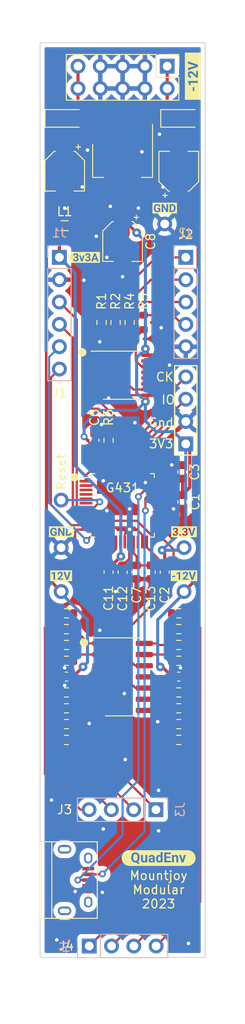
<source format=kicad_pcb>
(kicad_pcb (version 20211014) (generator pcbnew)
  (layers (0 "F.Cu" signal) (31 "B.Cu" signal) (34 "B.Paste" user) (35 "F.Paste" user) (36 "B.SilkS" user "B.Silkscreen") (37 "F.SilkS" user "F.Silkscreen") (38 "B.Mask" user) (39 "F.Mask" user) (44 "Edge.Cuts" user))
  (net 0 "")
  (net 1 "+3.3V")
  (net 2 "GND")
  (net 3 "+12V")
  (net 4 "-12V")
  (net 5 "/Gate1_In")
  (net 6 "/Gate2_In")
  (net 7 "/Gate3_In")
  (net 8 "/Gate4_In")
  (net 9 "/Led1_Out")
  (net 10 "/Led2_Out")
  (net 11 "/Led3_Out")
  (net 12 "/Led4_Out")
  (net 13 "/+12V_IN")
  (net 14 "/-12V_IN")
  (net 15 "Net-(R13-Pad2)")
  (net 16 "Net-(R10-Pad1)")
  (net 17 "Net-(R11-Pad1)")
  (net 18 "/Env1_Out")
  (net 19 "/Env2_Out")
  (net 20 "/Env3_Out")
  (net 21 "/Env4_Out")
  (net 22 "Net-(R12-Pad1)")
  (net 23 "Net-(R13-Pad1)")
  (net 24 "Net-(R14-Pad1)")
  (net 25 "Net-(R15-Pad1)")
  (net 26 "Net-(R16-Pad1)")
  (net 32 "/Env4_DAC")
  (net 33 "/Env1_DAC")
  (net 34 "/Env2_DAC")
  (net 35 "/Attack_Pot")
  (net 36 "/Decay_Pot")
  (net 39 "/Sustain_Pot")
  (net 40 "/Env3_DAC")
  (net 42 "/Release_Pot")
  (net 53 "/SWCLK")
  (net 54 "/SWIO")
  (net 55 "/USB_DM")
  (net 56 "/USB_DP")
  (net 58 "Net-(R1-Pad2)")
  (net 59 "Net-(R2-Pad2)")
  (net 60 "Net-(R3-Pad1)")
  (net 61 "Net-(R4-Pad1)")
  (net 62 "/Gate1")
  (net 63 "/Gate2")
  (net 64 "/Gate3")
  (net 65 "/Gate4")
  (net 66 "/BOOT0")
  (net 67 "+3.3VA")
  (net 73 "/RESET")
  (footprint "Resistor_SMD:R_0603_1608Metric" (layer "F.Cu") (at 65.8 127.47)
    (fp_text reference "R22" hide)
    (fp_text value "1k")
  )
  (footprint "Custom_Footprints:1mm_Test_Point" (layer "F.Cu") (at 52.4 102)
    (fp_text reference "TP6" hide)
    (fp_text value "TestPoint")
  )
  (footprint "Capacitor_SMD:CP_Elec_4x5.8" (layer "F.Cu") (at 52.8 64.6 -90)
    (fp_text reference "C4" hide)
    (fp_text value "22uF")
  )
  (footprint "Capacitor_SMD:CP_Elec_4x5.8" (layer "F.Cu") (at 65.8 64.6 90)
    (fp_text reference "C5" hide)
    (fp_text value "22uF")
  )
  (footprint "Resistor_SMD:R_0603_1608Metric" (layer "F.Cu") (at 61.8 81.8 90)
    (fp_text reference "R3")
    (fp_text value "10k")
  )
  (footprint "Capacitor_SMD:C_0603_1608Metric" (layer "F.Cu") (at 57.8 110.2 90)
    (fp_text reference "C11")
    (fp_text value "1uF")
  )
  (footprint "Resistor_SMD:R_0603_1608Metric" (layer "F.Cu") (at 65.8 118.47)
    (fp_text reference "R16" hide)
    (fp_text value "4k7")
  )
  (footprint "Capacitor_SMD:C_0603_1608Metric" (layer "F.Cu") (at 61 110.2 -90)
    (fp_text reference "C7")
    (fp_text value "10nF")
  )
  (footprint "Package_SO:SOIC-14_3.9x8.7mm_P1.27mm" (layer "F.Cu") (at 59.4 122.1)
    (fp_text reference "U4" hide)
    (fp_text value "TL074")
  )
  (footprint "Resistor_SMD:R_0603_1608Metric" (layer "F.Cu") (at 60.2 81.8 90)
    (fp_text reference "R4")
    (fp_text value "10k")
  )
  (footprint "Resistor_SMD:R_0603_1608Metric" (layer "F.Cu") (at 53 120.27 180)
    (fp_text reference "R9" hide)
    (fp_text value "3k3")
  )
  (footprint "kibuzzard-6409FE57" (layer "F.Cu") (at 52.4 105.6)
    (fp_text reference "kibuzzard-6409FE57" hide)
    (fp_text value "G***" hide)
  )
  (footprint "Custom_Footprints:1mm_Test_Point" (layer "F.Cu") (at 52.4 107.4)
    (fp_text reference "TP5" hide)
    (fp_text value "TestPoint")
  )
  (footprint "Inductor_SMD:L_0805_2012Metric_Pad1.05x1.20mm_HandSolder" (layer "F.Cu") (at 52.8 70.8 180)
    (fp_text reference "L1")
    (fp_text value "L_Small")
  )
  (footprint "Capacitor_SMD:CP_Elec_4x5.8" (layer "F.Cu") (at 59.4 72.6 -90)
    (fp_text reference "C8")
    (fp_text value "22uF")
  )
  (footprint "Resistor_SMD:R_0603_1608Metric" (layer "F.Cu") (at 53 116.67 180)
    (fp_text reference "R17" hide)
    (fp_text value "1k")
  )
  (footprint "Resistor_SMD:R_0603_1608Metric" (layer "F.Cu") (at 57.8 95.2 -90)
    (fp_text reference "R5")
    (fp_text value "100k")
  )
  (footprint "Capacitor_SMD:C_0603_1608Metric" (layer "F.Cu") (at 66.2 98.8 90)
    (fp_text reference "C3")
    (fp_text value "100nF")
  )
  (footprint "Resistor_SMD:R_0603_1608Metric" (layer "F.Cu") (at 65.8 114.87)
    (fp_text reference "R24" hide)
    (fp_text value "1k")
  )
  (footprint "Resistor_SMD:R_0603_1608Metric" (layer "F.Cu") (at 65.8 123.87)
    (fp_text reference "R11" hide)
    (fp_text value "3k3")
  )
  (footprint "Capacitor_SMD:C_0603_1608Metric" (layer "F.Cu") (at 59.4 110.2 90)
    (fp_text reference "C12")
    (fp_text value "100nF")
  )
  (footprint "Diode_SMD:D_SOD-123" (layer "F.Cu") (at 52.8 58.6)
    (fp_text reference "D1" hide)
    (fp_text value "1N5819")
  )
  (footprint "Resistor_SMD:R_0603_1608Metric" (layer "F.Cu") (at 65.8 120.27)
    (fp_text reference "R12" hide)
    (fp_text value "3k3")
  )
  (footprint "Diode_SMD:D_SOD-123" (layer "F.Cu") (at 66 58.6)
    (fp_text reference "D2" hide)
    (fp_text value "1N5819")
  )
  (footprint "kibuzzard-6409FE57" (layer "F.Cu") (at 64.2 68.8)
    (fp_text reference "kibuzzard-6409FE57" hide)
    (fp_text value "G***" hide)
  )
  (footprint "kibuzzard-6409FE16" (layer "F.Cu") (at 66.4 110.6)
    (fp_text reference "kibuzzard-6409FE16" hide)
    (fp_text value "G***" hide)
  )
  (footprint "Custom_Footprints:1mm_Test_Point" (layer "F.Cu") (at 52.4 112.4)
    (fp_text reference "TP3" hide)
    (fp_text value "TestPoint")
  )
  (footprint "Resistor_SMD:R_0603_1608Metric" (layer "F.Cu") (at 53 123.87 180)
    (fp_text reference "R10" hide)
    (fp_text value "3k3")
  )
  (footprint "Package_TO_SOT_SMD:SOT-223-3_TabPin2" (layer "F.Cu") (at 59.4 63.4 -90)
    (fp_text reference "U2" hide)
    (fp_text value "LD1117-3.3-4Tab")
  )
  (footprint "Resistor_SMD:R_0603_1608Metric" (layer "F.Cu") (at 53 114.87 180)
    (fp_text reference "R18" hide)
    (fp_text value "1k")
  )
  (footprint "Connector_PinHeader_2.54mm:PinHeader_2x05_P2.54mm_Vertical" (layer "F.Cu") (at 64.48 52.66 -90)
    (fp_text reference "J6" hide)
    (fp_text value "Eurorack_10_pin_power")
  )
  (footprint "Capacitor_SMD:C_0603_1608Metric" (layer "F.Cu") (at 66.2 102.2 -90)
    (fp_text reference "C1")
    (fp_text value "4.7uF")
  )
  (footprint "Resistor_SMD:R_0603_1608Metric" (layer "F.Cu") (at 57 81.8 -90)
    (fp_text reference "R1")
    (fp_text value "10k")
  )
  (footprint "Custom_Footprints:USB_Micro-B_Amphenol" (layer "F.Cu") (at 54.135 145.2 -90)
    (fp_text reference "J7" hide)
    (fp_text value "USB_B_Micro")
  )
  (footprint "Capacitor_SMD:C_0603_1608Metric" (layer "F.Cu") (at 53 122.07)
    (fp_text reference "C9" hide)
    (fp_text value "1uF")
  )
  (footprint "kibuzzard-6409FE46" (layer "F.Cu") (at 52.4 110.6)
    (fp_text reference "kibuzzard-6409FE46" hide)
    (fp_text value "G***" hide)
  )
  (footprint "kibuzzard-640A0C12" (layer "F.Cu") (at 63.5 142.7)
    (fp_text reference "kibuzzard-640A0C12" hide)
    (fp_text value "G***" hide)
  )
  (footprint "kibuzzard-6409F893" (layer "F.Cu") (at 67.4 53.8 90)
    (fp_text reference "kibuzzard-6409F893" hide)
    (fp_text value "G***" hide)
  )
  (footprint "Capacitor_SMD:C_0603_1608Metric" (layer "F.Cu") (at 56.2 95.2 90)
    (fp_text reference "C6")
    (fp_text value "100nF")
  )
  (footprint "Package_SO:TSSOP-16_4.4x5mm_P0.65mm" (layer "F.Cu") (at 59.4 87.8)
    (fp_text reference "U3" hide)
    (fp_text value "CD40109B")
  )
  (footprint "kibuzzard-6409FE2B" (layer "F.Cu") (at 66.4 105.6)
    (fp_text reference "kibuzzard-6409FE2B" hide)
    (fp_text value "G***" hide)
  )
  (footprint "Resistor_SMD:R_0603_1608Metric" (layer "F.Cu") (at 53 118.47)
    (fp_text reference "R13" hide)
    (fp_text value "4k7")
  )
  (footprint "Capacitor_SMD:C_0603_1608Metric" (layer "F.Cu") (at 64.2 110.2 -90)
    (fp_text reference "C2")
    (fp_text value "100nF")
  )
  (footprint "kibuzzard-6409FEF9" (layer "F.Cu") (at 55 74.4)
    (fp_text reference "kibuzzard-6409FEF9" hide)
    (fp_text value "G***" hide)
  )
  (footprint "Resistor_SMD:R_0603_1608Metric" (layer "F.Cu") (at 53 125.67 180)
    (fp_text reference "R14" hide)
    (fp_text value "4k7")
  )
  (footprint "Resistor_SMD:R_0603_1608Metric" (layer "F.Cu") (at 53 129.27 180)
    (fp_text reference "R19" hide)
    (fp_text value "1k")
  )
  (footprint "Custom_Footprints:SWD_header" (layer "F.Cu") (at 66.6 95.61 90)
    (fp_text reference "J5" hide)
    (fp_text value "SWD_Header")
  )
  (footprint "Package_QFP:LQFP-48_7x7mm_P0.5mm" (layer "F.Cu") (at 59.4 102.6)
    (fp_text reference "U1" hide)
    (fp_text value "STM32G431C6T6")
  )
  (footprint "Custom_Footprints:1mm_Test_Point" (layer "F.Cu") (at 66.4 107.4)
    (fp_text reference "TP2" hide)
    (fp_text value "TestPoint")
  )
  (footprint "Resistor_SMD:R_0603_1608Metric" (layer "F.Cu") (at 58.6 81.8 -90)
    (fp_text reference "R2")
    (fp_text value "10k")
  )
  (footprint "Resistor_SMD:R_0603_1608Metric" (layer "F.Cu") (at 65.8 116.67)
    (fp_text reference "R23" hide)
    (fp_text value "1k")
  )
  (footprint "Resistor_SMD:R_0603_1608Metric" (layer "F.Cu") (at 53 127.47 180)
    (fp_text reference "R20" hide)
    (fp_text value "1k")
  )
  (footprint "Resistor_SMD:R_0603_1608Metric" (layer "F.Cu") (at 65.8 129.27)
    (fp_text reference "R21" hide)
    (fp_text value "1k")
  )
  (footprint "Custom_Footprints:1mm_Test_Point" (layer "F.Cu") (at 64.2 70.6)
    (fp_text reference "TP1" hide)
    (fp_text value "TestPoint")
  )
  (footprint "Capacitor_SMD:C_0603_1608Metric" (layer "F.Cu") (at 65.8 122.07 180)
    (fp_text reference "C10" hide)
    (fp_text value "1uF")
  )
  (footprint "Custom_Footprints:1mm_Test_Point" (layer "F.Cu") (at 66.4 112.4)
    (fp_text reference "TP4" hide)
    (fp_text value "TestPoint")
  )
  (footprint "Capacitor_SMD:C_0603_1608Metric" (layer "F.Cu") (at 62.6 110.2 90)
    (fp_text reference "C13")
    (fp_text value "1uF")
  )
  (footprint "Resistor_SMD:R_0603_1608Metric" (layer "F.Cu") (at 65.8 125.67)
    (fp_text reference "R15" hide)
    (fp_text value "4k7")
  )
  (footprint "Connector_PinSocket_2.54mm:PinSocket_1x06_P2.54mm_Vertical" (layer "B.Cu") (at 52.2 74.4 180)
    (fp_text reference "J1")
    (fp_text value "Conn_01x04_Male")
  )
  (footprint "Connector_PinSocket_2.54mm:PinSocket_1x04_P2.54mm_Vertical" (layer "B.Cu") (at 55.6 152.7 -90)
    (fp_text reference "J4")
    (fp_text value "Conn_01x04_Male")
  )
  (footprint "Connector_PinSocket_2.54mm:PinSocket_1x05_P2.54mm_Vertical" (layer "B.Cu") (at 66.6 74.4 180)
    (fp_text reference "J2")
    (fp_text value "Conn_01x05_Male")
  )
  (footprint "Connector_PinSocket_2.54mm:PinSocket_1x04_P2.54mm_Vertical" (layer "B.Cu") (at 63.2 137.2 90)
    (fp_text reference "J3")
    (fp_text value "Conn_01x04_Male")
  )
  (gr_circle (center 54.8 85.2) (end 55.2 85.2) (layer "F.SilkS") (width 0.15) (fill solid))
  (gr_circle (center 55 118.2) (end 55.4 118.2) (layer "F.SilkS") (width 0.15) (fill solid))
  (gr_circle (center 53.9 99.4) (end 54.3 99.4) (layer "F.SilkS") (width 0.15) (fill solid))
  (gr_rect (start 50 50) (end 68.8 154) (layer "Edge.Cuts") (width 0.1) (fill none))
  (gr_text "G431" (at 59.4 100.6) (layer "F.SilkS") (effects (font (size 1 1))))
  (gr_text "J4" (at 53 152.7) (layer "F.SilkS") (effects (font (size 1 1))))
  (gr_text "Mountjoy\nModular\n2023" (at 63.5 146.3) (layer "F.SilkS") (effects (font (size 1 1))))
  (gr_text "J1" (at 52.2 89.8) (layer "F.SilkS") (effects (font (size 1 1))))
  (gr_text "J3" (at 52.8 137.2) (layer "F.SilkS") (effects (font (size 1 1))))
  (gr_text "J2" (at 66.6 71.8) (layer "F.SilkS") (effects (font (size 1 1))))
  (segment (start 59.225 89.425) (end 56.5375 89.425) (width 0.25) (layer "F.Cu") (net 1))
  (segment (start 59.4 70.8) (end 60.2 70.8) (width 0.35) (layer "F.Cu") (net 1))
  (segment (start 64.2 109.4) (end 64.2 109.425) (width 0.25) (layer "F.Cu") (net 1))
  (segment (start 56 74.2) (end 56 84.9875) (width 0.35) (layer "F.Cu") (net 1))
  (segment (start 63.325 85.525) (end 62.2625 85.525) (width 0.25) (layer "F.Cu") (net 1))
  (segment (start 67.05 100.575) (end 66.2 101.425) (width 0.35) (layer "F.Cu") (net 1))
  (segment (start 62.2625 90.5375) (end 62 90.8) (width 0.25) (layer "F.Cu") (net 1))
  (segment (start 55.4 85.5) (end 55.2 85.7) (width 0.25) (layer "F.Cu") (net 1))
  (segment (start 53.95 70.8) (end 59.4 70.8) (width 0.35) (layer "F.Cu") (net 1))
  (segment (start 59.4 66.55) (end 59.4 70.8) (width 0.35) (layer "F.Cu") (net 1))
  (segment (start 56.5125 85.5) (end 55.4 85.5) (width 0.25) (layer "F.Cu") (net 1))
  (segment (start 62.2625 90.075) (end 62.2625 90.5375) (width 0.25) (layer "F.Cu") (net 1))
  (segment (start 64.2 109.425) (end 64.2 108) (width 0.35) (layer "F.Cu") (net 1))
  (segment (start 55.2 99.8125) (end 55.2 99.2) (width 0.25) (layer "F.Cu") (net 1))
  (segment (start 55.2375 99.85) (end 55.2 99.8125) (width 0.25) (layer "F.Cu") (net 1))
  (segment (start 55.2 86) (end 55.375 86.175) (width 0.25) (layer "F.Cu") (net 1))
  (segment (start 55.2 99.2) (end 55.9625 98.4375) (width 0.25) (layer "F.Cu") (net 1))
  (segment (start 62.2625 86.175) (end 63.325 86.175) (width 0.25) (layer "F.Cu") (net 1))
  (segment (start 59.875 90.075) (end 59.225 89.425) (width 0.25) (layer "F.Cu") (net 1))
  (segment (start 62.2625 85.525) (end 62.2625 85.0625) (width 0.25) (layer "F.Cu") (net 1))
  (segment (start 56 84.9875) (end 56.5375 85.525) (width 0.35) (layer "F.Cu") (net 1))
  (segment (start 59.4 70.8) (end 56 74.2) (width 0.35) (layer "F.Cu") (net 1))
  (segment (start 63.5 85.7) (end 63.325 85.525) (width 0.25) (layer "F.Cu") (net 1))
  (segment (start 55.0125 94.7875) (end 56.2 95.975) (width 0.35) (layer "F.Cu") (net 1))
  (segment (start 64.2 108) (end 63.9 107.7) (width 0.35) (layer "F.Cu") (net 1))
  (segment (start 62.2625 85.0625) (end 62 84.8) (width 0.25) (layer "F.Cu") (net 1))
  (segment (start 56.65 98.4375) (end 56.65 96.425) (width 0.25) (layer "F.Cu") (net 1))
  (segment (start 55.375 86.175) (end 56.5375 86.175) (width 0.25) (layer "F.Cu") (net 1))
  (segment (start 66.175 99.85) (end 66.225 99.8) (width 0.25) (layer "F.Cu") (net 1))
  (segment (start 59.4 60.25) (end 59.4 66.55) (width 0.35) (layer "F.Cu") (net 1))
  (segment (start 56.5375 85.525) (end 56.5125 85.5) (width 0.25) (layer "F.Cu") (net 1))
  (segment (start 63.5625 99.85) (end 66.175 99.85) (width 0.25) (layer "F.Cu") (net 1))
  (segment (start 63.5 86) (end 63.5 85.7) (width 0.25) (layer "F.Cu") (net 1))
  (segment (start 62.15 107.35) (end 64.2 109.4) (width 0.25) (layer "F.Cu") (net 1))
  (segment (start 67.05 96.06) (end 67.05 100.575) (width 0.35) (layer "F.Cu") (net 1))
  (segment (start 66.225 101.4) (end 66.225 99.8) (width 0.35) (layer "F.Cu") (net 1))
  (segment (start 55.2 85.7) (end 55.2 86) (width 0.25) (layer "F.Cu") (net 1))
  (segment (start 66.6 95.61) (end 67.05 96.06) (width 0.35) (layer "F.Cu") (net 1))
  (segment (start 56.65 96.425) (end 56.2 95.975) (width 0.25) (layer "F.Cu") (net 1))
  (segment (start 62.2625 90.075) (end 59.875 90.075) (width 0.25) (layer "F.Cu") (net 1))
  (segment (start 55.9625 98.4375) (end 56.65 98.4375) (width 0.25) (layer "F.Cu") (net 1))
  (segment (start 60.2 70.8) (end 61 71.6) (width 0.35) (layer "F.Cu") (net 1))
  (segment (start 62.15 106.7625) (end 62.15 107.35) (width 0.25) (layer "F.Cu") (net 1))
  (segment (start 63.325 86.175) (end 63.5 86) (width 0.25) (layer "F.Cu") (net 1))
  (via (at 63.9 107.7) (size 1) (drill 0.4) (layers "F.Cu" "B.Cu") (net 1))
  (via (at 62 84.8) (size 1) (drill 0.4) (layers "F.Cu" "B.Cu") (net 1))
  (via (at 62 90.8) (size 1) (drill 0.4) (layers "F.Cu" "B.Cu") (net 1))
  (via (at 61 71.6) (size 1) (drill 0.4) (layers "F.Cu" "B.Cu") (net 1))
  (via (at 55.0125 94.7875) (size 0.8) (drill 0.4) (layers "F.Cu" "B.Cu") (net 1))
  (segment (start 55.0125 94.7875) (end 55.0125 93.3875) (width 0.35) (layer "B.Cu") (net 1))
  (segment (start 62 84.8) (end 61 85.8) (width 0.35) (layer "B.Cu") (net 1))
  (segment (start 63.21 94.21) (end 65.2 94.21) (width 0.35) (layer "B.Cu") (net 1))
  (segment (start 56.6 91.8) (end 61 91.8) (width 0.35) (layer "B.Cu") (net 1))
  (segment (start 62 90.8) (end 62 93) (width 0.35) (layer "B.Cu") (net 1))
  (segment (start 66.6 105) (end 63.9 107.7) (width 0.35) (layer "B.Cu") (net 1))
  (segment (start 66.1 107.7) (end 66.4 107.4) (width 0.35) (layer "B.Cu") (net 1))
  (segment (start 65.2 94.21) (end 66.6 95.61) (width 0.35) (layer "B.Cu") (net 1))
  (segment (start 61 85.8) (end 61 89.8) (width 0.35) (layer "B.Cu") (net 1))
  (segment (start 61 71.6) (end 62 72.6) (width 0.35) (layer "B.Cu") (net 1))
  (segment (start 55.0125 93.3875) (end 56.6 91.8) (width 0.35) (layer "B.Cu") (net 1))
  (segment (start 62 93) (end 63.21 94.21) (width 0.35) (layer "B.Cu") (net 1))
  (segment (start 66.6 95.61) (end 66.6 105) (width 0.35) (layer "B.Cu") (net 1))
  (segment (start 63.9 107.7) (end 66.1 107.7) (width 0.35) (layer "B.Cu") (net 1))
  (segment (start 61 91.8) (end 62 90.8) (width 0.35) (layer "B.Cu") (net 1))
  (segment (start 62 72.6) (end 62 84.8) (width 0.35) (layer "B.Cu") (net 1))
  (segment (start 61 89.8) (end 62 90.8) (width 0.35) (layer "B.Cu") (net 1))
  (segment (start 57.15 99.75) (end 57.2 99.8) (width 0.25) (layer "F.Cu") (net 2))
  (segment (start 57 93.575) (end 57.8 94.375) (width 0.25) (layer "F.Cu") (net 2))
  (segment (start 59.65 106.7625) (end 59.65 105.8755) (width 0.25) (layer "F.Cu") (net 2))
  (segment (start 64 98) (end 65 98) (width 0.25) (layer "F.Cu") (net 2))
  (segment (start 57.15 98.4375) (end 57.15 99.75) (width 0.25) (layer "F.Cu") (net 2))
  (segment (start 57 93.4) (end 57 93.575) (width 0.25) (layer "F.Cu") (net 2))
  (segment (start 61.65 106.7625) (end 61.65 105.959315) (width 0.25) (layer "F.Cu") (net 2))
  (segment (start 56.5375 90.075) (end 57.475 90.075) (width 0.25) (layer "F.Cu") (net 2))
  (segment (start 61.65 105.959315) (end 61.016185 105.3255) (width 0.25) (layer "F.Cu") (net 2))
  (segment (start 57 146.5) (end 57.1 146.6) (width 0.35) (layer "F.Cu") (net 2))
  (segment (start 55.485 146.5) (end 57 146.5) (width 0.35) (layer "F.Cu") (net 2))
  (segment (start 62.35 100.35) (end 62 100) (width 0.25) (layer "F.Cu") (net 2))
  (segment (start 57.475 90.075) (end 57.8 90.4) (width 0.25) (layer "F.Cu") (net 2))
  (segment (start 63.5625 100.35) (end 62.35 100.35) (width 0.25) (layer "F.Cu") (net 2))
  (segment (start 62 100) (end 64 98) (width 0.25) (layer "F.Cu") (net 2))
  (segment (start 61.016185 105.3255) (end 60.2 105.3255) (width 0.25) (layer "F.Cu") (net 2))
  (segment (start 59.65 105.8755) (end 60.2 105.3255) (width 0.25) (layer "F.Cu") (net 2))
  (via (at 60.2 103) (size 0.8) (drill 0.4) (layers "F.Cu" "B.Cu") (net 2))
  (via (at 59.4 76.6) (size 0.8) (drill 0.4) (layers "F.Cu" "B.Cu") (net 2))
  (via (at 66 121.07) (size 0.8) (drill 0.4) (layers "F.Cu" "B.Cu") (net 2))
  (via (at 58.6 112.4) (size 0.8) (drill 0.4) (layers "F.Cu" "B.Cu") (net 2))
  (via (at 54 146.5) (size 0.8) (drill 0.4) (layers "F.Cu" "B.Cu") (net 2))
  (via (at 60.2 105.3255) (size 1) (drill 0.4) (layers "F.Cu" "B.Cu") (net 2))
  (via (at 56.8 84) (size 0.8) (drill 0.4) (layers "F.Cu" "B.Cu") (net 2))
  (via (at 63.6 60.4) (size 0.8) (drill 0.4) (layers "F.Cu" "B.Cu") (net 2))
  (via (at 57.2 139.4) (size 0.8) (drill 0.4) (layers "F.Cu" "B.Cu") (net 2))
  (via (at 57.6 103.2) (size 0.8) (drill 0.4) (layers "F.Cu" "B.Cu") (net 2))
  (via (at 56.8 116.8) (size 0.8) (drill 0.4) (layers "F.Cu" "B.Cu") (net 2))
  (via (at 65.2 103) (size 0.8) (drill 0.4) (layers "F.Cu" "B.Cu") (net 2))
  (via (at 52.8 121.07) (size 0.8) (drill 0.4) (layers "F.Cu" "B.Cu") (net 2))
  (via (at 54.8 66.4) (size 0.8) (drill 0.4) (layers "F.Cu" "B.Cu") (net 2))
  (via (at 56.4 72) (size 0.8) (drill 0.4) (layers "F.Cu" "B.Cu") (net 2))
  (via (at 55 77) (size 0.8) (drill 0.4) (layers "F.Cu" "B.Cu") (net 2))
  (via (at 57.1 146.6) (size 0.8) (drill 0.4) (layers "F.Cu" "B.Cu") (net 2))
  (via (at 63.4 127.2) (size 0.8) (drill 0.4) (layers "F.Cu" "B.Cu") (net 2))
  (via (at 63.5 139.6) (size 0.8) (drill 0.4) (layers "F.Cu" "B.Cu") (net 2))
  (via (at 62 100) (size 1) (drill 0.4) (layers "F.Cu" "B.Cu") (net 2))
  (via (at 63.5 135) (size 0.8) (drill 0.4) (layers "F.Cu" "B.Cu") (net 2))
  (via (at 57.2 99.8) (size 0.8) (drill 0.4) (layers "F.Cu" "B.Cu") (net 2))
  (via (at 63.8 82.4) (size 0.8) (drill 0.4) (layers "F.Cu" "B.Cu") (net 2))
  (via (at 51.9 152) (size 0.8) (drill 0.4) (layers "F.Cu" "B.Cu") (net 2))
  (via (at 60.8 93.2) (size 0.8) (drill 0.4) (layers "F.Cu" "B.Cu") (net 2))
  (via (at 59.6 124) (size 0.8) (drill 0.4) (layers "F.Cu" "B.Cu") (net 2))
  (via (at 57.6 74.4) (size 0.8) (drill 0.4) (layers "F.Cu" "B.Cu") (net 2))
  (via (at 64.75 86.65) (size 0.8) (drill 0.4) (layers "F.Cu" "B.Cu") (net 2))
  (via (at 61.6 62.4) (size 0.8) (drill 0.4) (layers "F.Cu" "B.Cu") (net 2))
  (via (at 58 68.6) (size 0.8) (drill 0.4) (layers "F.Cu" "B.Cu") (net 2))
  (via (at 52.8 68.8) (size 0.8) (drill 0.4) (layers "F.Cu" "B.Cu") (net 2))
  (via (at 52.8 123.07) (size 0.8) (drill 0.4) (layers "F.Cu" "B.Cu") (net 2))
  (via (at 59.7 131.5) (size 0.8) (drill 0.4) (layers "F.Cu" "B.Cu") (net 2))
  (via (at 55.6 127.4) (size 0.8) (drill 0.4) (layers "F.Cu" "B.Cu") (net 2))
  (via (at 51.3 136.1) (size 0.8) (drill 0.4) (layers "F.Cu" "B.Cu") (net 2))
  (via (at 64 66.4) (size 0.8) (drill 0.4) (layers "F.Cu" "B.Cu") (net 2))
  (via (at 57.8 90.4) (size 0.8) (drill 0.4) (layers "F.Cu" "B.Cu") (net 2))
  (via (at 57 93.4) (size 0.8) (drill 0.4) (layers "F.Cu" "B.Cu") (net 2))
  (via (at 66.9 152.4) (size 0.8) (drill 0.4) (layers "F.Cu" "B.Cu") (net 2))
  (via (at 55.4 62.2) (size 0.8) (drill 0.4) (layers "F.Cu" "B.Cu") (net 2))
  (via (at 65 98) (size 0.8) (drill 0.4) (layers "F.Cu" "B.Cu") (net 2))
  (via (at 61.2 68.8) (size 0.8) (drill 0.4) (layers "F.Cu" "B.Cu") (net 2))
  (segment (start 55.35 60.25) (end 52.8 62.8) (width 0.35) (layer "F.Cu") (net 3))
  (segment (start 52.2 58.6) (end 52.8 59.2) (width 0.35) (layer "F.Cu") (net 3))
  (segment (start 52.8 59.2) (end 52.8 62.8) (width 0.35) (layer "F.Cu") (net 3))
  (segment (start 56.895 122.07) (end 56.925 122.1) (width 0.35) (layer "F.Cu") (net 3))
  (segment (start 50.725499 110.725499) (end 52.4 112.4) (width 0.35) (layer "F.Cu") (net 3))
  (segment (start 57.1 60.25) (end 55.35 60.25) (width 0.35) (layer "F.Cu") (net 3))
  (segment (start 53.775 122.07) (end 56.895 122.07) (width 0.35) (layer "F.Cu") (net 3))
  (segment (start 51.15 58.6) (end 52.2 58.6) (width 0.35) (layer "F.Cu") (net 3))
  (segment (start 50.725499 64.874501) (end 50.725499 110.725499) (width 0.35) (layer "F.Cu") (net 3))
  (segment (start 53.775 122.07) (end 54.8875 120.9575) (width 0.35) (layer "F.Cu") (net 3))
  (segment (start 52.8 62.8) (end 50.725499 64.874501) (width 0.35) (layer "F.Cu") (net 3))
  (via (at 54.8875 120.9575) (size 1) (drill 0.4) (layers "F.Cu" "B.Cu") (net 3))
  (segment (start 54.8875 120.9575) (end 55.4 120.445) (width 0.35) (layer "B.Cu") (net 3))
  (segment (start 55.4 115.6) (end 52.4 112.6) (width 0.35) (layer "B.Cu") (net 3))
  (segment (start 52.4 112.6) (end 52.4 112.4) (width 0.35) (layer "B.Cu") (net 3))
  (segment (start 55.4 120.445) (end 55.4 115.6) (width 0.35) (layer "B.Cu") (net 3))
  (segment (start 65.025 122.07) (end 63.925 120.97) (width 0.35) (layer "F.Cu") (net 4))
  (segment (start 68 65) (end 65.8 62.8) (width 0.35) (layer "F.Cu") (net 4))
  (segment (start 65.025 122.07) (end 61.905 122.07) (width 0.35) (layer "F.Cu") (net 4))
  (segment (start 66.4 112.4) (end 68 110.8) (width 0.35) (layer "F.Cu") (net 4))
  (segment (start 68 110.8) (end 68 65) (width 0.35) (layer "F.Cu") (net 4))
  (segment (start 67.65 58.6) (end 66.8 58.6) (width 0.35) (layer "F.Cu") (net 4))
  (segment (start 65.8 59.6) (end 65.8 62.8) (width 0.35) (layer "F.Cu") (net 4))
  (segment (start 63.925 120.97) (end 63.7 120.97) (width 0.35) (layer "F.Cu") (net 4))
  (segment (start 66.8 58.6) (end 65.8 59.6) (width 0.35) (layer "F.Cu") (net 4))
  (segment (start 61.905 122.07) (end 61.875 122.1) (width 0.35) (layer "F.Cu") (net 4))
  (via (at 63.7 120.97) (size 1) (drill 0.4) (layers "F.Cu" "B.Cu") (net 4))
  (segment (start 66.4 112.4) (end 66.4 112.6) (width 0.35) (layer "B.Cu") (net 4))
  (segment (start 63.4 115.6) (end 63.4 120.67) (width 0.35) (layer "B.Cu") (net 4))
  (segment (start 66.4 112.6) (end 63.4 115.6) (width 0.35) (layer "B.Cu") (net 4))
  (segment (start 63.4 120.67) (end 63.7 120.97) (width 0.35) (layer "B.Cu") (net 4))
  (segment (start 57 80.6) (end 57 80.975) (width 0.25) (layer "F.Cu") (net 5))
  (segment (start 66.2 74.4) (end 63.2 74.4) (width 0.25) (layer "F.Cu") (net 5))
  (segment (start 63.2 74.4) (end 57 80.6) (width 0.25) (layer "F.Cu") (net 5))
  (segment (start 62.635 76.94) (end 58.6 80.975) (width 0.25) (layer "F.Cu") (net 6))
  (segment (start 66.2 76.94) (end 62.635 76.94) (width 0.25) (layer "F.Cu") (net 6))
  (segment (start 66.2 79.48) (end 61.695 79.48) (width 0.25) (layer "F.Cu") (net 7))
  (segment (start 61.695 79.48) (end 60.2 80.975) (width 0.25) (layer "F.Cu") (net 7))
  (segment (start 65.155 80.975) (end 61.8 80.975) (width 0.25) (layer "F.Cu") (net 8))
  (segment (start 66.2 82.02) (end 65.155 80.975) (width 0.25) (layer "F.Cu") (net 8))
  (segment (start 52.175 116.67) (end 51.000499 117.844501) (width 0.25) (layer "F.Cu") (net 9))
  (segment (start 56.32 135.4) (end 58.12 137.2) (width 0.25) (layer "F.Cu") (net 9))
  (segment (start 51.000499 131.800499) (end 54.6 135.4) (width 0.25) (layer "F.Cu") (net 9))
  (segment (start 51.000499 117.844501) (end 51.000499 131.800499) (width 0.25) (layer "F.Cu") (net 9))
  (segment (start 54.6 135.4) (end 56.32 135.4) (width 0.25) (layer "F.Cu") (net 9))
  (segment (start 58.7 132.7) (end 63.2 137.2) (width 0.25) (layer "F.Cu") (net 10))
  (segment (start 55.605 132.7) (end 58.7 132.7) (width 0.25) (layer "F.Cu") (net 10))
  (segment (start 52.175 129.27) (end 55.605 132.7) (width 0.25) (layer "F.Cu") (net 10))
  (segment (start 66.625 129.27) (end 65 130.895) (width 0.25) (layer "F.Cu") (net 11))
  (segment (start 65 130.895) (end 65 143.3) (width 0.25) (layer "F.Cu") (net 11))
  (segment (start 65 143.3) (end 55.6 152.7) (width 0.25) (layer "F.Cu") (net 11))
  (segment (start 67.799501 117.844501) (end 66.625 116.67) (width 0.25) (layer "F.Cu") (net 12))
  (segment (start 60.68 152.7) (end 67.799501 145.580499) (width 0.25) (layer "F.Cu") (net 12))
  (segment (start 67.799501 145.580499) (end 67.799501 117.844501) (width 0.25) (layer "F.Cu") (net 12))
  (segment (start 54.32 55.2) (end 54.32 58.47) (width 0.35) (layer "F.Cu") (net 13))
  (segment (start 54.32 58.47) (end 54.45 58.6) (width 0.35) (layer "F.Cu") (net 13))
  (segment (start 54.32 52.66) (end 54.32 55.2) (width 0.35) (layer "F.Cu") (net 13))
  (segment (start 64.48 52.66) (end 64.48 55.2) (width 0.35) (layer "F.Cu") (net 14))
  (segment (start 64.48 58.47) (end 64.35 58.6) (width 0.35) (layer "F.Cu") (net 14))
  (segment (start 64.48 55.2) (end 64.48 58.47) (width 0.35) (layer "F.Cu") (net 14))
  (segment (start 54.6225 119.56) (end 56.925 119.56) (width 0.25) (layer "F.Cu") (net 15))
  (segment (start 53.9125 120.27) (end 54.6225 119.56) (width 0.25) (layer "F.Cu") (net 15))
  (segment (start 53.8 118.47) (end 53.8 120.27) (width 0.25) (layer "F.Cu") (net 15))
  (segment (start 56.925 124.64) (end 54.6825 124.64) (width 0.25) (layer "F.Cu") (net 16))
  (segment (start 54.6825 124.64) (end 53.9125 123.87) (width 0.25) (layer "F.Cu") (net 16))
  (segment (start 53.9125 123.87) (end 52.1125 125.67) (width 0.25) (layer "F.Cu") (net 16))
  (segment (start 64.1175 124.64) (end 64.8875 123.87) (width 0.25) (layer "F.Cu") (net 17))
  (segment (start 64.8875 123.87) (end 66.6875 125.67) (width 0.25) (layer "F.Cu") (net 17))
  (segment (start 61.875 124.64) (end 64.1175 124.64) (width 0.25) (layer "F.Cu") (net 17))
  (segment (start 52.175 114.87) (end 50.550998 116.494002) (width 0.25) (layer "F.Cu") (net 18))
  (segment (start 50.550998 133.150998) (end 54.6 137.2) (width 0.25) (layer "F.Cu") (net 18))
  (segment (start 50.550998 116.494002) (end 50.550998 133.150998) (width 0.25) (layer "F.Cu") (net 18))
  (segment (start 54.6 137.2) (end 55.58 137.2) (width 0.25) (layer "F.Cu") (net 18))
  (segment (start 52.175 127.47) (end 51.45 128.195) (width 0.25) (layer "F.Cu") (net 19))
  (segment (start 54.7 133.8) (end 57.26 133.8) (width 0.25) (layer "F.Cu") (net 19))
  (segment (start 51.45 130.55) (end 54.7 133.8) (width 0.25) (layer "F.Cu") (net 19))
  (segment (start 57.26 133.8) (end 60.66 137.2) (width 0.25) (layer "F.Cu") (net 19))
  (segment (start 51.45 128.195) (end 51.45 130.55) (width 0.25) (layer "F.Cu") (net 19))
  (segment (start 66.1 131.5) (end 66.1 144.74) (width 0.25) (layer "F.Cu") (net 20))
  (segment (start 66.1 144.74) (end 58.14 152.7) (width 0.25) (layer "F.Cu") (net 20))
  (segment (start 67.35 128.195) (end 67.35 130.25) (width 0.25) (layer "F.Cu") (net 20))
  (segment (start 67.35 130.25) (end 66.1 131.5) (width 0.25) (layer "F.Cu") (net 20))
  (segment (start 66.625 127.47) (end 67.35 128.195) (width 0.25) (layer "F.Cu") (net 20))
  (segment (start 68.249002 147.670998) (end 63.22 152.7) (width 0.25) (layer "F.Cu") (net 21))
  (segment (start 68.249002 116.494002) (end 68.249002 147.670998) (width 0.25) (layer "F.Cu") (net 21))
  (segment (start 66.625 114.87) (end 68.249002 116.494002) (width 0.25) (layer "F.Cu") (net 21))
  (segment (start 61.875 119.56) (end 64.1775 119.56) (width 0.25) (layer "F.Cu") (net 22))
  (segment (start 64.1775 119.56) (end 64.8875 120.27) (width 0.25) (layer "F.Cu") (net 22))
  (segment (start 64.8875 120.27) (end 66.6875 118.47) (width 0.25) (layer "F.Cu") (net 22))
  (segment (start 56.925 118.29) (end 55.5325 118.29) (width 0.25) (layer "F.Cu") (net 23))
  (segment (start 53.8 114.87) (end 53.8 116.67) (width 0.25) (layer "F.Cu") (net 23))
  (segment (start 55.5325 118.29) (end 53.9125 116.67) (width 0.25) (layer "F.Cu") (net 23))
  (segment (start 52.1125 118.47) (end 53.9125 116.67) (width 0.25) (layer "F.Cu") (net 23))
  (segment (start 53.8 127.47) (end 53.8 125.67) (width 0.25) (layer "F.Cu") (net 24))
  (segment (start 54.065 125.91) (end 53.825 125.67) (width 0.25) (layer "F.Cu") (net 24))
  (segment (start 56.925 125.91) (end 54.065 125.91) (width 0.25) (layer "F.Cu") (net 24))
  (segment (start 54.1225 125.88) (end 53.9125 125.67) (width 0.25) (layer "F.Cu") (net 24))
  (segment (start 53.8 129.27) (end 53.8 127.47) (width 0.25) (layer "F.Cu") (net 24))
  (segment (start 64.975 125.67) (end 64.975 127.47) (width 0.25) (layer "F.Cu") (net 25))
  (segment (start 64.975 127.47) (end 64.975 129.27) (width 0.25) (layer "F.Cu") (net 25))
  (segment (start 61.905 125.91) (end 64.6475 125.91) (width 0.25) (layer "F.Cu") (net 25))
  (segment (start 64.6475 125.91) (end 64.8875 125.67) (width 0.25) (layer "F.Cu") (net 25))
  (segment (start 64.975 114.87) (end 64.975 116.67) (width 0.25) (layer "F.Cu") (net 26))
  (segment (start 63.4 118.3) (end 61.885 118.3) (width 0.25) (layer "F.Cu") (net 26))
  (segment (start 64.975 116.67) (end 64.975 118.47) (width 0.25) (layer "F.Cu") (net 26))
  (segment (start 64.975 118.47) (end 63.57 118.47) (width 0.25) (layer "F.Cu") (net 26))
  (segment (start 61.885 118.3) (end 61.875 118.29) (width 0.25) (layer "F.Cu") (net 26))
  (segment (start 63.57 118.47) (end 63.4 118.3) (width 0.25) (layer "F.Cu") (net 26))
  (segment (start 60.8 120.8) (end 61.875 120.8) (width 0.25) (layer "F.Cu") (net 32))
  (segment (start 60.4 116.27) (end 60.4 120.4) (width 0.25) (layer "F.Cu") (net 32))
  (segment (start 64 106.4) (end 65.2 107.6) (width 0.25) (layer "F.Cu") (net 32))
  (segment (start 60.4 120.4) (end 60.8 120.8) (width 0.25) (layer "F.Cu") (net 32))
  (segment (start 63.090685 106.4) (end 64 106.4) (width 0.25) (layer "F.Cu") (net 32))
  (segment (start 65.2 107.6) (end 65.2 111.47) (width 0.25) (layer "F.Cu") (net 32))
  (segment (start 61.040685 104.35) (end 63.090685 106.4) (width 0.25) (layer "F.Cu") (net 32))
  (segment (start 55.2375 104.35) (end 61.040685 104.35) (width 0.25) (layer "F.Cu") (net 32))
  (segment (start 65.2 111.47) (end 60.4 116.27) (width 0.25) (layer "F.Cu") (net 32))
  (segment (start 54 111.8) (end 58.6 116.4) (width 0.25) (layer "F.Cu") (net 33))
  (segment (start 54 105.6) (end 54 111.8) (width 0.25) (layer "F.Cu") (net 33))
  (segment (start 55.2375 105.35) (end 54.25 105.35) (width 0.25) (layer "F.Cu") (net 33))
  (segment (start 58.04 120.83) (end 56.925 120.83) (width 0.25) (layer "F.Cu") (net 33))
  (segment (start 58.6 116.4) (end 58.6 120.27) (width 0.25) (layer "F.Cu") (net 33))
  (segment (start 58.6 120.27) (end 58.04 120.83) (width 0.25) (layer "F.Cu") (net 33))
  (segment (start 54.25 105.35) (end 54 105.6) (width 0.25) (layer "F.Cu") (net 33))
  (segment (start 59.2 122.3) (end 59.2 115.8) (width 0.25) (layer "F.Cu") (net 34))
  (segment (start 56.925 123.37) (end 58.13 123.37) (width 0.25) (layer "F.Cu") (net 34))
  (segment (start 58.13 123.37) (end 59.2 122.3) (width 0.25) (layer "F.Cu") (net 34))
  (segment (start 55.6 107.8125) (end 56.65 106.7625) (width 0.25) (layer "F.Cu") (net 34))
  (segment (start 55.6 112.2) (end 55.6 107.8125) (width 0.25) (layer "F.Cu") (net 34))
  (segment (start 59.2 115.8) (end 55.6 112.2) (width 0.25) (layer "F.Cu") (net 34))
  (segment (start 54.35 103.35) (end 54.175 103.175) (width 0.25) (layer "F.Cu") (net 35))
  (segment (start 54.175 103.175) (end 54.175 81.455) (width 0.25) (layer "F.Cu") (net 35))
  (segment (start 55.2375 103.35) (end 54.35 103.35) (width 0.25) (layer "F.Cu") (net 35))
  (segment (start 54.175 81.455) (end 52.2 79.48) (width 0.25) (layer "F.Cu") (net 35))
  (segment (start 53.725499 103.361189) (end 53.725499 83.545499) (width 0.25) (layer "F.Cu") (net 36))
  (segment (start 53.725499 83.545499) (end 52.2 82.02) (width 0.25) (layer "F.Cu") (net 36))
  (segment (start 55.2375 103.85) (end 54.21431 103.85) (width 0.25) (layer "F.Cu") (net 36))
  (segment (start 54.21431 103.85) (end 53.725499 103.361189) (width 0.25) (layer "F.Cu") (net 36))
  (segment (start 56.490685 105.4) (end 55.295343 106.595343) (width 0.25) (layer "F.Cu") (net 39))
  (segment (start 58.15 106.7625) (end 58.15 105.75) (width 0.25) (layer "F.Cu") (net 39))
  (segment (start 57.8 105.4) (end 56.490685 105.4) (width 0.25) (layer "F.Cu") (net 39))
  (segment (start 58.15 105.75) (end 57.8 105.4) (width 0.25) (layer "F.Cu") (net 39))
  (via (at 55.295343 106.595343) (size 0.8) (drill 0.4) (layers "F.Cu" "B.Cu") (net 39))
  (segment (start 51.025 85.735) (end 51.025 102.325) (width 0.25) (layer "B.Cu") (net 39))
  (segment (start 52.2 84.56) (end 51.025 85.735) (width 0.25) (layer "B.Cu") (net 39))
  (segment (start 51.025 102.325) (end 55.295343 106.595343) (width 0.25) (layer "B.Cu") (net 39))
  (segment (start 56.4 108.8) (end 56.4 112) (width 0.25) (layer "F.Cu") (net 40))
  (segment (start 59.8 122.3) (end 60.84 123.34) (width 0.25) (layer "F.Cu") (net 40))
  (segment (start 58.65 106.7625) (end 58.65 107.565685) (width 0.25) (layer "F.Cu") (net 40))
  (segment (start 56.4 112) (end 59.8 115.4) (width 0.25) (layer "F.Cu") (net 40))
  (segment (start 60.84 123.34) (end 61.875 123.34) (width 0.25) (layer "F.Cu") (net 40))
  (segment (start 59.8 115.4) (end 59.8 122.3) (width 0.25) (layer "F.Cu") (net 40))
  (segment (start 57.15 108.05) (end 56.4 108.8) (width 0.25) (layer "F.Cu") (net 40))
  (segment (start 58.65 107.565685) (end 58.165685 108.05) (width 0.25) (layer "F.Cu") (net 40))
  (segment (start 58.165685 108.05) (end 57.15 108.05) (width 0.25) (layer "F.Cu") (net 40))
  (segment (start 51.225 88.075) (end 51.225 102.486701) (width 0.25) (layer "F.Cu") (net 42))
  (segment (start 51.225 102.486701) (end 53.588299 104.85) (width 0.25) (layer "F.Cu") (net 42))
  (segment (start 52.2 87.1) (end 51.225 88.075) (width 0.25) (layer "F.Cu") (net 42))
  (segment (start 53.588299 104.85) (end 55.2375 104.85) (width 0.25) (layer "F.Cu") (net 42))
  (segment (start 66.6 87.99) (end 64.5 90.09) (width 0.25) (layer "F.Cu") (net 53))
  (segment (start 64.5 90.09) (end 64.5 93.1) (width 0.25) (layer "F.Cu") (net 53))
  (segment (start 64.5 93.1) (end 61.65 95.95) (width 0.25) (layer "F.Cu") (net 53))
  (segment (start 61.65 95.95) (end 61.65 98.4375) (width 0.25) (layer "F.Cu") (net 53))
  (segment (start 65 92.13) (end 66.6 90.53) (width 0.25) (layer "F.Cu") (net 54))
  (segment (start 62.15 98.4375) (end 62.15 96.25) (width 0.25) (layer "F.Cu") (net 54))
  (segment (start 62.15 96.25) (end 65 93.4) (width 0.25) (layer "F.Cu") (net 54))
  (segment (start 65 93.4) (end 65 92.13) (width 0.25) (layer "F.Cu") (net 54))
  (segment (start 57.05 144.55) (end 57.1 144.5) (width 0.25) (layer "F.Cu") (net 55))
  (segment (start 62 101.8) (end 62 103.2) (width 0.25) (layer "F.Cu") (net 55))
  (segment (start 55.485 144.55) (end 57.05 144.55) (width 0.25) (layer "F.Cu") (net 55))
  (segment (start 63.5625 101.35) (end 62.45 101.35) (width 0.25) (layer "F.Cu") (net 55))
  (segment (start 62.45 101.35) (end 62 101.8) (width 0.25) (layer "F.Cu") (net 55))
  (via (at 57.1 144.5) (size 0.8) (drill 0.4) (layers "F.Cu" "B.Cu") (net 55))
  (via (at 62 103.2) (size 0.8) (drill 0.4) (layers "F.Cu" "B.Cu") (net 55))
  (segment (start 61.9 139.7) (end 57.1 144.5) (width 0.25) (layer "B.Cu") (net 55))
  (segment (start 61.9 103.3) (end 61.9 139.7) (width 0.25) (layer "B.Cu") (net 55))
  (segment (start 62 103.2) (end 61.9 103.3) (width 0.25) (layer "B.Cu") (net 55))
  (segment (start 54.3 145.2) (end 55.485 145.2) (width 0.25) (layer "F.Cu") (net 56))
  (segment (start 61.95 100.85) (end 61.2 101.6) (width 0.25) (layer "F.Cu") (net 56))
  (segment (start 63.5625 100.85) (end 61.95 100.85) (width 0.25) (layer "F.Cu") (net 56))
  (via (at 61.2 101.6) (size 0.8) (drill 0.4) (layers "F.Cu" "B.Cu") (net 56))
  (via (at 54.3 145.2) (size 0.8) (drill 0.4) (layers "F.Cu" "B.Cu") (net 56))
  (segment (start 61.2 133.87262) (end 59.4 135.67262) (width 0.25) (layer "B.Cu") (net 56))
  (segment (start 59.4 135.67262) (end 59.4 140.1) (width 0.25) (layer "B.Cu") (net 56))
  (segment (start 61.2 101.6) (end 61.2 133.87262) (width 0.25) (layer "B.Cu") (net 56))
  (segment (start 59.4 140.1) (end 54.3 145.2) (width 0.25) (layer "B.Cu") (net 56))
  (segment (start 57 82.625) (end 57.025 82.625) (width 0.25) (layer "F.Cu") (net 58))
  (segment (start 57.9 86.5) (end 57.575 86.825) (width 0.25) (layer "F.Cu") (net 58))
  (segment (start 57.9 83.5) (end 57.9 86.5) (width 0.25) (layer "F.Cu") (net 58))
  (segment (start 57.025 82.625) (end 57.9 83.5) (width 0.25) (layer "F.Cu") (net 58))
  (segment (start 57.575 86.825) (end 56.5375 86.825) (width 0.25) (layer "F.Cu") (net 58))
  (segment (start 58.2 88.8) (end 56.5625 88.8) (width 0.25) (layer "F.Cu") (net 59))
  (segment (start 56.5625 88.8) (end 56.5375 88.775) (width 0.25) (layer "F.Cu") (net 59))
  (segment (start 58.6 82.625) (end 58.6 88.4) (width 0.25) (layer "F.Cu") (net 59))
  (segment (start 58.6 88.4) (end 58.2 88.8) (width 0.25) (layer "F.Cu") (net 59))
  (segment (start 61.775 82.625) (end 60.9 83.5) (width 0.25) (layer "F.Cu") (net 60))
  (segment (start 60.9 83.5) (end 60.9 86.154277) (width 0.25) (layer "F.Cu") (net 60))
  (segment (start 61.8 82.625) (end 61.775 82.625) (width 0.25) (layer "F.Cu") (net 60))
  (segment (start 61.570723 86.825) (end 62.2625 86.825) (width 0.25) (layer "F.Cu") (net 60))
  (segment (start 60.9 86.154277) (end 61.570723 86.825) (width 0.25) (layer "F.Cu") (net 60))
  (segment (start 60.2 82.625) (end 60.139372 82.685628) (width 0.25) (layer "F.Cu") (net 61))
  (segment (start 60.625 89.425) (end 62.2625 89.425) (width 0.25) (layer "F.Cu") (net 61))
  (segment (start 60.139372 88.939372) (end 60.625 89.425) (width 0.25) (layer "F.Cu") (net 61))
  (segment (start 60.139372 82.685628) (end 60.139372 88.939372) (width 0.25) (layer "F.Cu") (net 61))
  (segment (start 59.15 94.107538) (end 59.15 98.4375) (width 0.25) (layer "F.Cu") (net 62))
  (segment (start 54.849501 87.800499) (end 54.849501 90.849501) (width 0.25) (layer "F.Cu") (net 62))
  (segment (start 55.175 87.475) (end 54.849501 87.800499) (width 0.25) (layer "F.Cu") (net 62))
  (segment (start 56.5375 87.475) (end 55.175 87.475) (width 0.25) (layer "F.Cu") (net 62))
  (segment (start 54.849501 90.849501) (end 55.6 91.6) (width 0.25) (layer "F.Cu") (net 62))
  (segment (start 55.6 91.6) (end 56.642462 91.6) (width 0.25) (layer "F.Cu") (net 62))
  (segment (start 56.642462 91.6) (end 59.15 94.107538) (width 0.25) (layer "F.Cu") (net 62))
  (segment (start 55.4 90.438021) (end 55.961979 91) (width 0.25) (layer "F.Cu") (net 63))
  (segment (start 57 91) (end 59.65 93.65) (width 0.25) (layer "F.Cu") (net 63))
  (segment (start 56.5375 88.125) (end 55.475 88.125) (width 0.25) (layer "F.Cu") (net 63))
  (segment (start 55.961979 91) (end 57 91) (width 0.25) (layer "F.Cu") (net 63))
  (segment (start 59.65 93.65) (end 59.65 98.4375) (width 0.25) (layer "F.Cu") (net 63))
  (segment (start 55.475 88.125) (end 55.4 88.2) (width 0.25) (layer "F.Cu") (net 63))
  (segment (start 55.4 88.2) (end 55.4 90.438021) (width 0.25) (layer "F.Cu") (net 63))
  (segment (start 63.4 92.6) (end 60.15 95.85) (width 0.25) (layer "F.Cu") (net 64))
  (segment (start 63.075 88.775) (end 63.4 89.1) (width 0.25) (layer "F.Cu") (net 64))
  (segment (start 60.15 95.85) (end 60.15 98.4375) (width 0.25) (layer "F.Cu") (net 64))
  (segment (start 62.2625 88.775) (end 63.075 88.775) (width 0.25) (layer "F.Cu") (net 64))
  (segment (start 63.4 89.1) (end 63.4 92.6) (width 0.25) (layer "F.Cu") (net 64))
  (segment (start 62.2625 87.475) (end 63.375 87.475) (width 0.25) (layer "F.Cu") (net 65))
  (segment (start 60.65 96.15) (end 60.65 98.4375) (width 0.25) (layer "F.Cu") (net 65))
  (segment (start 63.950499 88.050499) (end 63.950499 92.849501) (width 0.25) (layer "F.Cu") (net 65))
  (segment (start 63.375 87.475) (end 63.950499 88.050499) (width 0.25) (layer "F.Cu") (net 65))
  (segment (start 63.950499 92.849501) (end 60.65 96.15) (width 0.25) (layer "F.Cu") (net 65))
  (segment (start 57.8 96.025) (end 58.15 96.375) (width 0.25) (layer "F.Cu") (net 66))
  (segment (start 58.15 96.375) (end 58.15 98.4375) (width 0.25) (layer "F.Cu") (net 66))
  (segment (start 60.65 106.7625) (end 60.65 108.05) (width 0.25) (layer "F.Cu") (net 67))
  (segment (start 58.175 109.425) (end 57.8 109.425) (width 0.35) (layer "F.Cu") (net 67))
  (segment (start 60.65 108.05) (end 61 108.4) (width 0.25) (layer "F.Cu") (net 67))
  (segment (start 59.2 108.4) (end 58.175 109.425) (width 0.35) (layer "F.Cu") (net 67))
  (segment (start 59.4 109.425) (end 62.2 109.425) (width 0.25) (layer "F.Cu") (net 67))
  (segment (start 60.15 108.675) (end 59.4 109.425) (width 0.25) (layer "F.Cu") (net 67))
  (segment (start 52.2 71.35) (end 52.2 74.4) (width 0.35) (layer "F.Cu") (net 67))
  (segment (start 57.8 109.425) (end 59.4 109.425) (width 0.25) (layer "F.Cu") (net 67))
  (segment (start 60.15 106.7625) (end 60.15 108.675) (width 0.25) (layer "F.Cu") (net 67))
  (segment (start 61 108.4) (end 61 109.425) (width 0.25) (layer "F.Cu") (net 67))
  (segment (start 51.65 70.8) (end 52.2 71.35) (width 0.35) (layer "F.Cu") (net 67))
  (via (at 59.2 108.4) (size 1) (drill 0.4) (layers "F.Cu" "B.Cu") (net 67))
  (segment (start 59.2 108.4) (end 59.2 103.304691) (width 0.35) (layer "B.Cu") (net 67))
  (segment (start 59.2 103.304691) (end 54 98.104691) (width 0.35) (layer "B.Cu") (net 67))
  (segment (start 54 76.2) (end 52.2 74.4) (width 0.35) (layer "B.Cu") (net 67))
  (segment (start 54 98.104691) (end 54 76.2) (width 0.35) (layer "B.Cu") (net 67))
  (segment (start 55.2375 102.85) (end 56.15 102.85) (width 0.25) (layer "F.Cu") (net 73))
  (segment (start 56.15 102.85) (end 56.8 102.2) (width 0.25) (layer "F.Cu") (net 73))
  (via (at 56.8 102.2) (size 0.8) (drill 0.4) (layers "F.Cu" "B.Cu") (net 73))
  (segment (start 56.6 102) (end 56.8 102.2) (width 0.25) (layer "B.Cu") (net 73))
  (segment (start 52.4 102) (end 56.6 102) (width 0.25) (layer "B.Cu") (net 73))
  (zone (net 2) (net_name "GND") (layers F&B.Cu) (priority 1) (connect_pads (clearance 0.508)) (min_thickness 0.254) (fill yes (thermal_gap 0.508) (thermal_bridge_width 0.508))
    (polygon (pts (xy 69.6 154.8) (xy 49 154.8) (xy 49 48.8) (xy 69.6 48.8)))
  )
)
</source>
